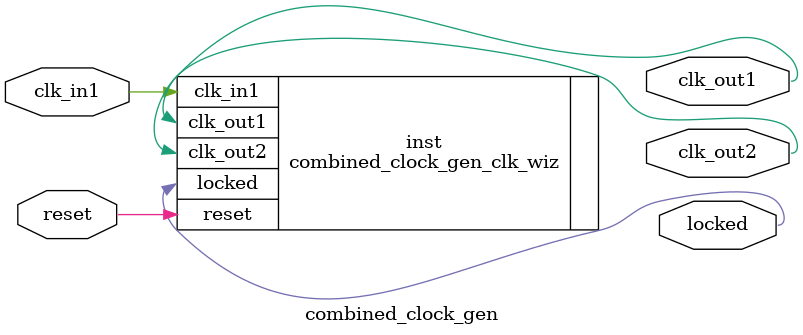
<source format=v>


`timescale 1ps/1ps

(* CORE_GENERATION_INFO = "combined_clock_gen,clk_wiz_v6_0_14_0_0,{component_name=combined_clock_gen,use_phase_alignment=true,use_min_o_jitter=false,use_max_i_jitter=false,use_dyn_phase_shift=false,use_inclk_switchover=false,use_dyn_reconfig=false,enable_axi=0,feedback_source=FDBK_AUTO,PRIMITIVE=PLL,num_out_clk=2,clkin1_period=8.000,clkin2_period=10.000,use_power_down=false,use_reset=true,use_locked=true,use_inclk_stopped=false,feedback_type=SINGLE,CLOCK_MGR_TYPE=NA,manual_override=false}" *)

module combined_clock_gen 
 (
  // Clock out ports
  output        clk_out1,
  output        clk_out2,
  // Status and control signals
  input         reset,
  output        locked,
 // Clock in ports
  input         clk_in1
 );

  combined_clock_gen_clk_wiz inst
  (
  // Clock out ports  
  .clk_out1(clk_out1),
  .clk_out2(clk_out2),
  // Status and control signals               
  .reset(reset), 
  .locked(locked),
 // Clock in ports
  .clk_in1(clk_in1)
  );

endmodule

</source>
